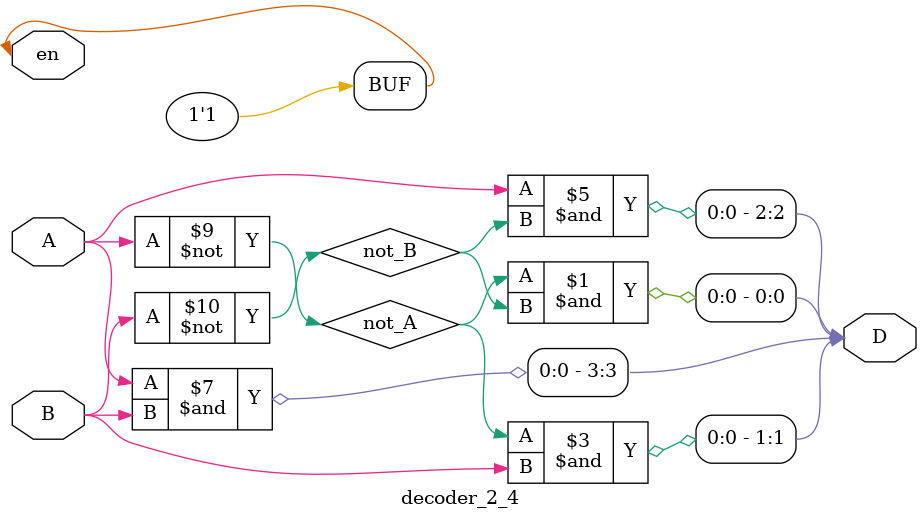
<source format=v>
module decoder_2_4(
    input A, B, en,
    output [0:3]D //always [MSB:LSB], LSB is at the index 3 and MSB is at the index 0
);

assign en = 1'b1;

wire not_A, not_B;
not G1(not_A, A);
not G2(not_B, B);

and D0(D[0], not_A, not_B, en);
and D1(D[1], not_A, B, en);
and D2(D[2], A, not_B, en);
and D3(D[3], A, B, en);

endmodule
</source>
